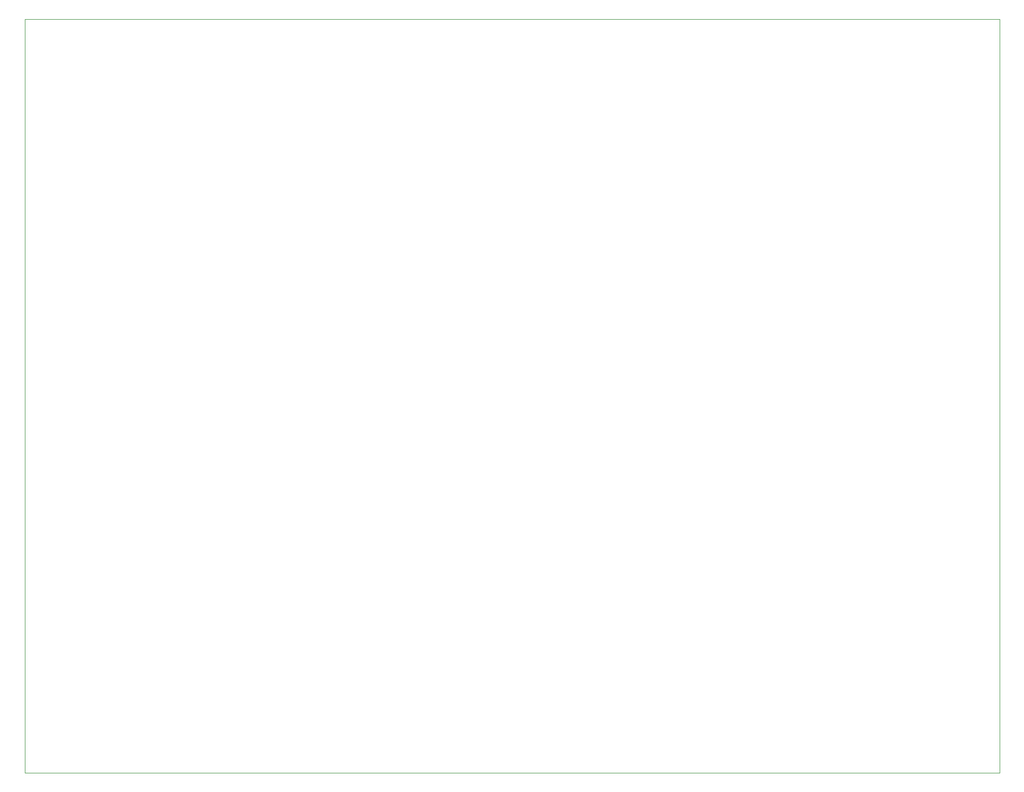
<source format=gbr>
%TF.GenerationSoftware,KiCad,Pcbnew,(6.0.10)*%
%TF.CreationDate,2023-01-04T09:35:26+03:00*%
%TF.ProjectId,ee463_project,65653436-335f-4707-926f-6a6563742e6b,rev?*%
%TF.SameCoordinates,Original*%
%TF.FileFunction,Profile,NP*%
%FSLAX46Y46*%
G04 Gerber Fmt 4.6, Leading zero omitted, Abs format (unit mm)*
G04 Created by KiCad (PCBNEW (6.0.10)) date 2023-01-04 09:35:26*
%MOMM*%
%LPD*%
G01*
G04 APERTURE LIST*
%TA.AperFunction,Profile*%
%ADD10C,0.100000*%
%TD*%
G04 APERTURE END LIST*
D10*
X48260000Y-142240000D02*
X207518000Y-142240000D01*
X48260000Y-139060000D02*
X48260000Y-142240000D01*
X207518000Y-142240000D02*
X207518000Y-19060000D01*
X48260000Y-19060000D02*
X48260000Y-139060000D01*
X207518000Y-19060000D02*
X48260000Y-19060000D01*
M02*

</source>
